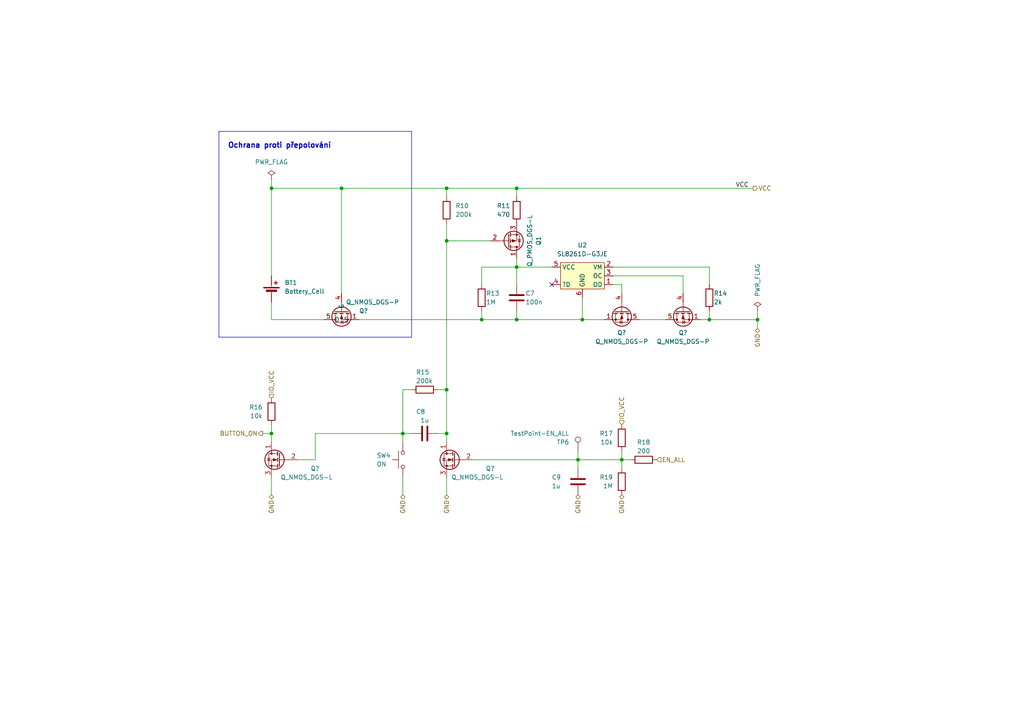
<source format=kicad_sch>
(kicad_sch (version 20230121) (generator eeschema)
  (paper "A4")
  (lib_symbols
    (symbol "Connector:TestPoint" (pin_numbers hide) (pin_names (offset 0.762) hide)
      (property "Reference" "TP" (at 0 6.858 0))
      (property "Value" "TestPoint" (at 0 5.08 0))
      (symbol "TestPoint_0_1"
        (circle (center 0 3.302) (radius 0.762))
      )
      (symbol "TestPoint_1_1"
        (pin passive line (at 0 0 90) (length 2.54) (name "1") (number "1"))
      )
    )
    (symbol "Device:Battery_Cell" (pin_numbers hide) (pin_names (offset 0) hide)
      (property "Reference" "BT" (at 2.54 2.54 0))
      (property "Value" "Battery_Cell" (at 2.54 0 0))
      (symbol "Battery_Cell_0_1"
        (rectangle (start -2.286 1.778) (end 2.286 1.524) (fill (type outline)))
        (rectangle (start -1.524 1.016) (end 1.524 0.508) (fill (type outline)))
        (polyline (pts (xy 0 0.762) (xy 0 0)))
        (polyline (pts (xy 0 1.778) (xy 0 2.54)))
        (polyline (pts (xy 0.762 3.048) (xy 1.778 3.048)) (stroke (width 0.254)))
        (polyline (pts (xy 1.27 3.556) (xy 1.27 2.54)) (stroke (width 0.254)))
      )
      (symbol "Battery_Cell_1_1"
        (pin passive line (at 0 5.08 270) (length 2.54) (name "+") (number "1"))
        (pin passive line (at 0 -2.54 90) (length 2.54) (name "-") (number "2"))
      )
    )
    (symbol "Device:C" (pin_numbers hide) (pin_names (offset 0.254))
      (property "Reference" "C" (at 0.635 2.54 0))
      (property "Value" "C" (at 0.635 -2.54 0))
      (symbol "C_0_1"
        (polyline (pts (xy -2.032 -0.762) (xy 2.032 -0.762)) (stroke (width 0.508)))
        (polyline (pts (xy -2.032 0.762) (xy 2.032 0.762)) (stroke (width 0.508)))
      )
      (symbol "C_1_1"
        (pin passive line (at 0 3.81 270) (length 2.794) (name "~") (number "1"))
        (pin passive line (at 0 -3.81 90) (length 2.794) (name "~") (number "2"))
      )
    )
    (symbol "Device:Q_NMOS_DGS" (pin_names (offset 0) hide)
      (property "Reference" "Q" (at 5.08 1.27 0))
      (property "Value" "Q_NMOS_DGS" (at 5.08 -1.27 0))
      (symbol "Q_NMOS_DGS_0_1"
        (polyline (pts (xy 0.254 0) (xy -2.54 0)))
        (polyline (pts (xy 0.254 1.905) (xy 0.254 -1.905)) (stroke (width 0.254)))
        (polyline (pts (xy 0.762 -1.27) (xy 0.762 -2.286)) (stroke (width 0.254)))
        (polyline (pts (xy 0.762 0.508) (xy 0.762 -0.508)) (stroke (width 0.254)))
        (polyline (pts (xy 0.762 2.286) (xy 0.762 1.27)) (stroke (width 0.254)))
        (polyline (pts (xy 2.54 2.54) (xy 2.54 1.778)))
        (polyline (pts (xy 2.54 -2.54) (xy 2.54 0) (xy 0.762 0)))
        (polyline (pts (xy 0.762 -1.778) (xy 3.302 -1.778) (xy 3.302 1.778) (xy 0.762 1.778)))
        (polyline (pts (xy 1.016 0) (xy 2.032 0.381) (xy 2.032 -0.381) (xy 1.016 0)) (fill (type outline)))
        (polyline (pts (xy 2.794 0.508) (xy 2.921 0.381) (xy 3.683 0.381) (xy 3.81 0.254)))
        (polyline (pts (xy 3.302 0.381) (xy 2.921 -0.254) (xy 3.683 -0.254) (xy 3.302 0.381)))
        (circle (center 1.651 0) (radius 2.794) (stroke (width 0.254)))
        (circle (center 2.54 -1.778) (radius 0.254) (fill (type outline)))
        (circle (center 2.54 1.778) (radius 0.254) (fill (type outline)))
      )
      (symbol "Q_NMOS_DGS_1_1"
        (pin passive line (at 2.54 5.08 270) (length 2.54) (name "D") (number "1"))
        (pin input line (at -5.08 0 0) (length 2.54) (name "G") (number "2"))
        (pin passive line (at 2.54 -5.08 90) (length 2.54) (name "S") (number "3"))
      )
    )
    (symbol "Device:Q_PMOS_DGS" (pin_names (offset 0) hide)
      (property "Reference" "Q" (at 5.08 1.27 0))
      (property "Value" "Q_PMOS_DGS" (at 5.08 -1.27 0))
      (symbol "Q_PMOS_DGS_0_1"
        (polyline (pts (xy 0.254 0) (xy -2.54 0)))
        (polyline (pts (xy 0.254 1.905) (xy 0.254 -1.905)) (stroke (width 0.254)))
        (polyline (pts (xy 0.762 -1.27) (xy 0.762 -2.286)) (stroke (width 0.254)))
        (polyline (pts (xy 0.762 0.508) (xy 0.762 -0.508)) (stroke (width 0.254)))
        (polyline (pts (xy 0.762 2.286) (xy 0.762 1.27)) (stroke (width 0.254)))
        (polyline (pts (xy 2.54 2.54) (xy 2.54 1.778)))
        (polyline (pts (xy 2.54 -2.54) (xy 2.54 0) (xy 0.762 0)))
        (polyline (pts (xy 0.762 1.778) (xy 3.302 1.778) (xy 3.302 -1.778) (xy 0.762 -1.778)))
        (polyline (pts (xy 2.286 0) (xy 1.27 0.381) (xy 1.27 -0.381) (xy 2.286 0)) (fill (type outline)))
        (polyline (pts (xy 2.794 -0.508) (xy 2.921 -0.381) (xy 3.683 -0.381) (xy 3.81 -0.254)))
        (polyline (pts (xy 3.302 -0.381) (xy 2.921 0.254) (xy 3.683 0.254) (xy 3.302 -0.381)))
        (circle (center 1.651 0) (radius 2.794) (stroke (width 0.254)))
        (circle (center 2.54 -1.778) (radius 0.254) (fill (type outline)))
        (circle (center 2.54 1.778) (radius 0.254) (fill (type outline)))
      )
      (symbol "Q_PMOS_DGS_1_1"
        (pin passive line (at 2.54 5.08 270) (length 2.54) (name "D") (number "1"))
        (pin input line (at -5.08 0 0) (length 2.54) (name "G") (number "2"))
        (pin passive line (at 2.54 -5.08 90) (length 2.54) (name "S") (number "3"))
      )
    )
    (symbol "Device:R" (pin_numbers hide) (pin_names (offset 0))
      (property "Reference" "R" (at 2.032 0 90))
      (property "Value" "R" (at 0 0 90))
      (symbol "R_0_1"
        (rectangle (start -1.016 -2.54) (end 1.016 2.54) (stroke (width 0.254)))
      )
      (symbol "R_1_1"
        (pin passive line (at 0 3.81 270) (length 1.27) (name "~") (number "1"))
        (pin passive line (at 0 -3.81 90) (length 1.27) (name "~") (number "2"))
      )
    )
    (symbol "RKL-BatteryManager:DW01A"
      (property "Reference" "U" (at 0 2.54 0))
      (property "Value" "DW01A" (at 0 5.08 0))
      (symbol "DW01A_1_1"
        (rectangle (start -6.35 1.27) (end 6.35 -6.35) (fill (type background)))
        (pin output line (at 8.89 -5.08 180) (length 2.54) (name "OD") (number "1"))
        (pin input line (at 8.89 0 180) (length 2.54) (name "VM") (number "2"))
        (pin output line (at 8.89 -2.54 180) (length 2.54) (name "OC") (number "3"))
        (pin input line (at -8.89 -5.08 0) (length 2.54) (name "TD") (number "4"))
        (pin input line (at -8.89 0 0) (length 2.54) (name "VCC") (number "5"))
        (pin passive line (at 0 -8.89 90) (length 2.54) (name "GND") (number "6"))
      )
    )
    (symbol "RKL-Uncategorized:Si7112DN"
      (property "Reference" "U" (at 0 6.35 0))
      (property "Value" "Si7112DN" (at 0 3.81 0))
      (symbol "Si7112DN_0_1"
        (circle (center -1.778 0) (radius 0.254) (fill (type outline)))
        (circle (center 0 -0.889) (radius 2.794) (stroke (width 0.254)))
        (polyline (pts (xy -2.54 0) (xy -1.778 0)))
        (polyline (pts (xy -2.286 -1.778) (xy -1.27 -1.778)) (stroke (width 0.254)))
        (polyline (pts (xy -1.905 -2.286) (xy 1.905 -2.286)) (stroke (width 0.254)))
        (polyline (pts (xy -0.508 -1.778) (xy 0.508 -1.778)) (stroke (width 0.254)))
        (polyline (pts (xy 0 -2.286) (xy 0 -5.08)))
        (polyline (pts (xy 1.27 -1.778) (xy 2.286 -1.778)) (stroke (width 0.254)))
        (polyline (pts (xy 2.54 0) (xy 0 0) (xy 0 -1.778)))
        (polyline (pts (xy -1.778 -1.778) (xy -1.778 0.762) (xy 1.778 0.762) (xy 1.778 -1.778)))
        (polyline (pts (xy -0.254 1.27) (xy -0.127 1.143) (xy -0.127 0.381) (xy 0 0.254)))
        (polyline (pts (xy -0.127 0.762) (xy 0.508 1.143) (xy 0.508 0.381) (xy -0.127 0.762)))
        (polyline (pts (xy 0 -1.27) (xy 0.381 -0.254) (xy -0.381 -0.254) (xy 0 -1.27)) (fill (type outline)))
        (circle (center 1.778 0) (radius 0.254) (fill (type outline)))
      )
      (symbol "Si7112DN_1_1"
        (pin passive line (at 5.08 0 180) (length 2.54) (name "S") (number "1"))
        (pin passive line (at 5.08 0 180) (length 2.54) hide (name "S") (number "2"))
        (pin passive line (at 5.08 0 180) (length 2.54) hide (name "S") (number "3"))
        (pin input line (at 0 -7.62 90) (length 2.54) (name "G") (number "4"))
        (pin passive line (at -5.08 0 0) (length 2.54) (name "D") (number "5"))
      )
    )
    (symbol "Si7112DN_1" (pin_names hide)
      (property "Reference" "U" (at 0 6.35 0))
      (property "Value" "Si7112DN" (at 0 3.81 0))
      (symbol "Si7112DN_1_0_1"
        (circle (center -1.778 0) (radius 0.254) (fill (type outline)))
        (circle (center 0 -0.889) (radius 2.794) (stroke (width 0.254)))
        (polyline (pts (xy -2.54 0) (xy -1.778 0)))
        (polyline (pts (xy -2.286 -1.778) (xy -1.27 -1.778)) (stroke (width 0.254)))
        (polyline (pts (xy -1.905 -2.286) (xy 1.905 -2.286)) (stroke (width 0.254)))
        (polyline (pts (xy -0.508 -1.778) (xy 0.508 -1.778)) (stroke (width 0.254)))
        (polyline (pts (xy 0 -2.286) (xy 0 -5.08)))
        (polyline (pts (xy 1.27 -1.778) (xy 2.286 -1.778)) (stroke (width 0.254)))
        (polyline (pts (xy 2.54 0) (xy 0 0) (xy 0 -1.778)))
        (polyline (pts (xy -1.778 -1.778) (xy -1.778 0.762) (xy 1.778 0.762) (xy 1.778 -1.778)))
        (polyline (pts (xy -0.254 1.27) (xy -0.127 1.143) (xy -0.127 0.381) (xy 0 0.254)))
        (polyline (pts (xy -0.127 0.762) (xy 0.508 1.143) (xy 0.508 0.381) (xy -0.127 0.762)))
        (polyline (pts (xy 0 -1.27) (xy 0.381 -0.254) (xy -0.381 -0.254) (xy 0 -1.27)) (fill (type outline)))
        (circle (center 1.778 0) (radius 0.254) (fill (type outline)))
      )
      (symbol "Si7112DN_1_1_1"
        (pin passive line (at 5.08 0 180) (length 2.54) (name "S") (number "1"))
        (pin passive line (at 5.08 0 180) (length 2.54) hide (name "S") (number "2"))
        (pin passive line (at 5.08 0 180) (length 2.54) hide (name "S") (number "3"))
        (pin input line (at 0 -7.62 90) (length 2.54) (name "G") (number "4"))
        (pin passive line (at -5.08 0 0) (length 2.54) (name "D") (number "5"))
      )
    )
    (symbol "Si7112DN_2" (pin_names hide)
      (property "Reference" "U" (at 0 6.35 0))
      (property "Value" "Si7112DN" (at 0 3.81 0))
      (symbol "Si7112DN_2_0_1"
        (circle (center -1.778 0) (radius 0.254) (fill (type outline)))
        (circle (center 0 -0.889) (radius 2.794) (stroke (width 0.254)))
        (polyline (pts (xy -2.54 0) (xy -1.778 0)))
        (polyline (pts (xy -2.286 -1.778) (xy -1.27 -1.778)) (stroke (width 0.254)))
        (polyline (pts (xy -1.905 -2.286) (xy 1.905 -2.286)) (stroke (width 0.254)))
        (polyline (pts (xy -0.508 -1.778) (xy 0.508 -1.778)) (stroke (width 0.254)))
        (polyline (pts (xy 0 -2.286) (xy 0 -5.08)))
        (polyline (pts (xy 1.27 -1.778) (xy 2.286 -1.778)) (stroke (width 0.254)))
        (polyline (pts (xy 2.54 0) (xy 0 0) (xy 0 -1.778)))
        (polyline (pts (xy -1.778 -1.778) (xy -1.778 0.762) (xy 1.778 0.762) (xy 1.778 -1.778)))
        (polyline (pts (xy -0.254 1.27) (xy -0.127 1.143) (xy -0.127 0.381) (xy 0 0.254)))
        (polyline (pts (xy -0.127 0.762) (xy 0.508 1.143) (xy 0.508 0.381) (xy -0.127 0.762)))
        (polyline (pts (xy 0 -1.27) (xy 0.381 -0.254) (xy -0.381 -0.254) (xy 0 -1.27)) (fill (type outline)))
        (circle (center 1.778 0) (radius 0.254) (fill (type outline)))
      )
      (symbol "Si7112DN_2_1_1"
        (pin passive line (at 5.08 0 180) (length 2.54) (name "S") (number "1"))
        (pin passive line (at 5.08 0 180) (length 2.54) hide (name "S") (number "2"))
        (pin passive line (at 5.08 0 180) (length 2.54) hide (name "S") (number "3"))
        (pin input line (at 0 -7.62 90) (length 2.54) (name "G") (number "4"))
        (pin passive line (at -5.08 0 0) (length 2.54) (name "D") (number "5"))
      )
    )
    (symbol "Switch:SW_Push" (pin_numbers hide) (pin_names (offset 1.016) hide)
      (property "Reference" "SW" (at 1.27 2.54 0))
      (property "Value" "SW_Push" (at 0 -1.524 0))
      (symbol "SW_Push_0_1"
        (circle (center -2.032 0) (radius 0.508))
        (polyline (pts (xy 0 1.27) (xy 0 3.048)))
        (polyline (pts (xy 2.54 1.27) (xy -2.54 1.27)))
        (circle (center 2.032 0) (radius 0.508))
        (pin passive line (at -5.08 0 0) (length 2.54) (name "1") (number "1"))
        (pin passive line (at 5.08 0 180) (length 2.54) (name "2") (number "2"))
      )
    )
    (symbol "power:PWR_FLAG" (power) (pin_numbers hide) (pin_names (offset 0) hide)
      (property "Value" "PWR_FLAG" (at 0 3.81 0))
      (symbol "PWR_FLAG_0_0"
        (pin power_out line (at 0 0 90) (length 0) (name "pwr") (number "1"))
      )
      (symbol "PWR_FLAG_0_1"
        (polyline (pts (xy 0 0) (xy 0 1.27) (xy -1.016 1.905) (xy 0 2.54) (xy 1.016 1.905) (xy 0 1.27)))
      )
    )
  )
  (junction (at 139.7 92.71))
  (junction (at 78.74 54.61))
  (junction (at 129.54 113.03))
  (junction (at 168.91 92.71))
  (junction (at 78.74 125.73))
  (junction (at 180.34 133.35))
  (junction (at 167.64 133.35))
  (junction (at 129.54 54.61))
  (junction (at 219.71 92.71))
  (junction (at 129.54 69.85))
  (junction (at 149.86 92.71))
  (junction (at 99.06 54.61))
  (junction (at 129.54 125.73))
  (junction (at 116.84 125.73))
  (junction (at 149.86 77.47))
  (junction (at 149.86 54.61))
  (junction (at 205.74 92.71))
  (no_connect (at 160.02 82.55))
  (wire (pts (xy 149.86 54.61) (xy 218.44 54.61)))
  (wire (pts (xy 168.91 92.71) (xy 175.26 92.71)))
  (wire (pts (xy 167.64 133.35) (xy 167.64 135.89)))
  (wire (pts (xy 129.54 69.85) (xy 142.24 69.85)))
  (wire (pts (xy 129.54 143.51) (xy 129.54 138.43)))
  (wire (pts (xy 129.54 64.77) (xy 129.54 69.85)))
  (wire (pts (xy 127 113.03) (xy 129.54 113.03)))
  (wire (pts (xy 205.74 92.71) (xy 203.2 92.71)))
  (wire (pts (xy 99.06 54.61) (xy 99.06 85.09)))
  (wire (pts (xy 91.44 125.73) (xy 91.44 133.35)))
  (wire (pts (xy 116.84 125.73) (xy 116.84 128.27)))
  (wire (pts (xy 86.36 133.35) (xy 91.44 133.35)))
  (wire (pts (xy 116.84 113.03) (xy 116.84 125.73)))
  (wire (pts (xy 139.7 92.71) (xy 149.86 92.71)))
  (wire (pts (xy 182.88 133.35) (xy 180.34 133.35)))
  (wire (pts (xy 180.34 135.89) (xy 180.34 133.35)))
  (wire (pts (xy 116.84 138.43) (xy 116.84 143.51)))
  (wire (pts (xy 149.86 77.47) (xy 149.86 82.55)))
  (wire (pts (xy 129.54 69.85) (xy 129.54 113.03)))
  (wire (pts (xy 104.14 92.71) (xy 139.7 92.71)))
  (wire (pts (xy 93.98 92.71) (xy 78.74 92.71)))
  (wire (pts (xy 219.71 95.25) (xy 219.71 92.71)))
  (wire (pts (xy 177.8 80.01) (xy 198.12 80.01)))
  (wire (pts (xy 129.54 54.61) (xy 149.86 54.61)))
  (wire (pts (xy 160.02 77.47) (xy 149.86 77.47)))
  (wire (pts (xy 219.71 90.17) (xy 219.71 92.71)))
  (wire (pts (xy 205.74 77.47) (xy 177.8 77.47)))
  (wire (pts (xy 78.74 123.19) (xy 78.74 125.73)))
  (polyline (pts (xy 63.5 97.79) (xy 63.5 38.1)))
  (wire (pts (xy 180.34 82.55) (xy 180.34 85.09)))
  (wire (pts (xy 99.06 54.61) (xy 129.54 54.61)))
  (wire (pts (xy 78.74 54.61) (xy 99.06 54.61)))
  (wire (pts (xy 91.44 125.73) (xy 116.84 125.73)))
  (wire (pts (xy 129.54 113.03) (xy 129.54 125.73)))
  (wire (pts (xy 129.54 54.61) (xy 129.54 57.15)))
  (wire (pts (xy 119.38 125.73) (xy 116.84 125.73)))
  (wire (pts (xy 205.74 82.55) (xy 205.74 77.47)))
  (wire (pts (xy 139.7 82.55) (xy 139.7 77.47)))
  (wire (pts (xy 137.16 133.35) (xy 167.64 133.35)))
  (wire (pts (xy 139.7 90.17) (xy 139.7 92.71)))
  (wire (pts (xy 129.54 125.73) (xy 129.54 128.27)))
  (wire (pts (xy 205.74 92.71) (xy 219.71 92.71)))
  (wire (pts (xy 167.64 133.35) (xy 180.34 133.35)))
  (wire (pts (xy 139.7 77.47) (xy 149.86 77.47)))
  (wire (pts (xy 149.86 92.71) (xy 168.91 92.71)))
  (wire (pts (xy 127 125.73) (xy 129.54 125.73)))
  (wire (pts (xy 205.74 90.17) (xy 205.74 92.71)))
  (wire (pts (xy 116.84 113.03) (xy 119.38 113.03)))
  (wire (pts (xy 193.04 92.71) (xy 185.42 92.71)))
  (wire (pts (xy 78.74 143.51) (xy 78.74 138.43)))
  (wire (pts (xy 149.86 54.61) (xy 149.86 57.15)))
  (wire (pts (xy 78.74 125.73) (xy 76.2 125.73)))
  (wire (pts (xy 78.74 54.61) (xy 78.74 80.01)))
  (wire (pts (xy 177.8 82.55) (xy 180.34 82.55)))
  (wire (pts (xy 149.86 74.93) (xy 149.86 77.47)))
  (wire (pts (xy 180.34 130.81) (xy 180.34 133.35)))
  (polyline (pts (xy 119.38 97.79) (xy 63.5 97.79)))
  (wire (pts (xy 168.91 86.36) (xy 168.91 92.71)))
  (wire (pts (xy 78.74 87.63) (xy 78.74 92.71)))
  (polyline (pts (xy 119.38 38.1) (xy 119.38 97.79)))
  (polyline (pts (xy 63.5 38.1) (xy 119.38 38.1)))
  (wire (pts (xy 78.74 128.27) (xy 78.74 125.73)))
  (wire (pts (xy 78.74 52.07) (xy 78.74 54.61)))
  (wire (pts (xy 198.12 80.01) (xy 198.12 85.09)))
  (wire (pts (xy 167.64 130.81) (xy 167.64 133.35)))
  (wire (pts (xy 149.86 90.17) (xy 149.86 92.71)))
  (text "Ochrana proti přepolování" (at 66.04 43.18 0) (effects (font (size 1.5 1.5) (thickness 0.3) bold) (justify left bottom)))
  (label "VCC" (at 213.36 54.61 0))
  (hierarchical_label "GND" (shape bidirectional) (at 180.34 143.51 270))
  (hierarchical_label "GND" (shape bidirectional) (at 116.84 143.51 270))
  (hierarchical_label "GND" (shape bidirectional) (at 167.64 143.51 270))
  (hierarchical_label "GND" (shape bidirectional) (at 219.71 95.25 270))
  (hierarchical_label "IO_VCC" (shape input) (at 78.74 115.57 90))
  (hierarchical_label "BUTTON_ON" (shape output) (at 76.2 125.73 180))
  (hierarchical_label "GND" (shape bidirectional) (at 129.54 143.51 270))
  (hierarchical_label "IO_VCC" (shape input) (at 180.34 123.19 90))
  (hierarchical_label "EN_ALL" (shape input) (at 190.5 133.35 0))
  (hierarchical_label "VCC" (shape output) (at 218.44 54.61 0))
  (hierarchical_label "GND" (shape bidirectional) (at 78.74 143.51 270))
  (symbol (lib_id "Connector:TestPoint") (at 167.64 130.81 0) (unit 1)
    (property "Reference" "TP6" (at 165.1 128.27 0) (effects (justify right)))
    (property "Value" "TestPoint-EN_ALL" (at 165.1 125.73 0) (effects (justify right)))
    (property "Footprint" "Connector_Pin:Pin_D0.9mm_L10.0mm_W2.4mm_FlatFork" (effects hide))
    (property "JLCPCB_IGNORE" "ignore" (effects hide))
    (instances (project "Watch" (path "" (reference "TP6") (unit 1))) (project "ZakladniElektronika" (path "" (reference "TP5") (unit 1))))
  )
  (symbol (lib_id "Device:R") (at 129.54 60.96 0) (mirror x) (unit 1)
    (property "Reference" "R10" (at 132.08 59.69 0) (effects (justify left)))
    (property "Value" "200k" (at 132.08 62.23 0) (effects (justify left)))
    (property "Footprint" "Resistor_SMD:R_0402_1005Metric" (effects hide))
    (property "LCSC" "C25764" (effects hide))
    (property "Basic/Extended" "B" (effects hide))
    (instances (project "Watch" (path "" (reference "R10") (unit 1))) (project "ZakladniElektronika" (path "" (reference "R13") (unit 1)) (path "" (reference "R25") (unit 1)) (path "" (reference "R60") (unit 1))) (project "RB3203" (path "" (reference "R?") (unit 1))))
  )
  (symbol (lib_id "Device:R") (at 180.34 127 180) (unit 1)
    (property "Reference" "R17" (at 177.8 125.73 0) (effects (justify left)))
    (property "Value" "10k" (at 177.8 128.27 0) (effects (justify left)))
    (property "Footprint" "Resistor_SMD:R_0402_1005Metric" (effects hide))
    (property "LCSC" "C25744" (effects hide))
    (property "Basic/Extended" "B" (effects hide))
    (property "JLCPCB_CORRECTION" "0;0;0" (effects hide))
    (instances (project "Watch" (path "" (reference "R17") (unit 1))) (project "ZakladniElektronika" (path "" (reference "R13") (unit 1)) (path "" (reference "R28") (unit 1)) (path "" (reference "R32") (unit 1)) (path "" (reference "R67") (unit 1))) (project "RB3203" (path "" (reference "R?") (unit 1))))
  )
  (symbol (lib_id "power:PWR_FLAG") (at 78.74 52.07 0) (unit 1)
    (property "Reference" "#FLG01" (effects hide))
    (property "Value" "PWR_FLAG" (at 78.74 46.99 0))
    (instances (project "Watch" (path "" (reference "#FLG01") (unit 1))) (project "ZakladniElektronika" (path "" (reference "#FLG02") (unit 1)) (path "" (reference "#FLG03") (unit 1))))
  )
  (symbol (lib_id "Device:R") (at 139.7 86.36 180) (unit 1)
    (property "Reference" "R13" (at 140.97 85.09 0) (effects (justify right)))
    (property "Value" "1M" (at 140.97 87.63 0) (effects (justify right)))
    (property "Footprint" "Resistor_SMD:R_0402_1005Metric" (effects hide))
    (property "LCSC" "C26083" (effects hide))
    (property "Basic/Extended" "B" (effects hide))
    (instances (project "Watch" (path "" (reference "R13") (unit 1))) (project "ZakladniElektronika" (path "" (reference "R13") (unit 1)) (path "" (reference "R25") (unit 1)) (path "" (reference "R36") (unit 1))) (project "RB3203" (path "" (reference "R?") (unit 1))))
  )
  (symbol (lib_id "Device:R") (at 186.69 133.35 90) (unit 1)
    (property "Reference" "R18" (at 186.69 128.27 90))
    (property "Value" "200" (at 186.69 130.81 90))
    (property "Footprint" "Resistor_SMD:R_0402_1005Metric" (effects hide))
    (property "LCSC" "C25087" (effects hide))
    (property "Basic/Extended" "B" (effects hide))
    (instances (project "Watch" (path "" (reference "R18") (unit 1))) (project "ZakladniElektronika" (path "" (reference "R23") (unit 1)) (path "" (reference "R30") (unit 1)) (path "" (reference "R29") (unit 1)) (path "" (reference "R69") (unit 1))))
  )
  (symbol (lib_id "Device:C") (at 149.86 86.36 0) (unit 1)
    (property "Reference" "C7" (at 152.4 85.09 0) (effects (justify left)))
    (property "Value" "100n" (at 152.4 87.63 0) (effects (justify left)))
    (property "Footprint" "Capacitor_SMD:C_0402_1005Metric" (effects hide))
    (property "Basic/Extended" "B" (effects hide))
    (property "LCSC" "C307331" (effects hide))
    (property "info" "50V, X7R" (effects hide))
    (instances (project "Watch" (path "" (reference "C7") (unit 1))) (project "ZakladniElektronika" (path "" (reference "C18") (unit 1)) (path "" (reference "C143") (unit 1))))
  )
  (symbol (lib_name "Si7112DN_2") (lib_id "RKL-Uncategorized:Si7112DN") (at 198.12 92.71 0) (mirror x) (unit 1)
    (property "Reference" "Q?" (at 198.12 96.52 0))
    (property "Value" "Q_NMOS_DGS-P" (at 198.12 99.06 0))
    (property "Footprint" "Package_SON:Diodes_PowerDI3333-8" (effects hide))
    (property "Datasheet" "https://datasheet.lcsc.com/lcsc/2112021830_Vishay-Intertech-SI7112DN-T1-GE3_C2926777.pdf" (effects hide))
    (property "LCSC" "C2926777" (effects hide))
    (property "Basic/Extended" "E" (effects hide))
    (property "JLCPCB_CORRECTION" "0;0;-90" (effects hide))
    (instances (project "PowerManager" (path "" (reference "Q?") (unit 1))) (project "Watch" (path "" (reference "Q4") (unit 1))) (project "ZakladniElektronika" (path "" (reference "Q11") (unit 1)) (path "" (reference "Q14") (unit 1))))
  )
  (symbol (lib_id "RKL-Uncategorized:Si7112DN") (at 99.06 92.71 0) (mirror x) (unit 1)
    (property "Reference" "Q?" (at 104.14 90.17 0) (effects (justify left)))
    (property "Value" "Q_NMOS_DGS-P" (at 100.33 87.63 0) (effects (justify left)))
    (property "Footprint" "Package_SON:Diodes_PowerDI3333-8" (effects hide))
    (property "Datasheet" "https://datasheet.lcsc.com/lcsc/2112021830_Vishay-Intertech-SI7112DN-T1-GE3_C2926777.pdf" (effects hide))
    (property "LCSC" "C2926777" (effects hide))
    (property "Basic/Extended" "E" (effects hide))
    (property "JLCPCB_CORRECTION" "0;0;-90" (effects hide))
    (instances (project "PowerManager" (path "" (reference "Q?") (unit 1))) (project "Watch" (path "" (reference "Q2") (unit 1))) (project "ZakladniElektronika" (path "" (reference "Q11") (unit 1)) (path "" (reference "Q12") (unit 1))))
  )
  (symbol (lib_name "Si7112DN_1") (lib_id "RKL-Uncategorized:Si7112DN") (at 180.34 92.71 180) (unit 1)
    (property "Reference" "Q?" (at 180.34 96.52 0))
    (property "Value" "Q_NMOS_DGS-P" (at 180.34 99.06 0))
    (property "Footprint" "Package_SON:Diodes_PowerDI3333-8" (effects hide))
    (property "Datasheet" "https://datasheet.lcsc.com/lcsc/2112021830_Vishay-Intertech-SI7112DN-T1-GE3_C2926777.pdf" (effects hide))
    (property "LCSC" "C2926777" (effects hide))
    (property "Basic/Extended" "E" (effects hide))
    (property "JLCPCB_CORRECTION" "0;0;-90" (effects hide))
    (instances (project "PowerManager" (path "" (reference "Q?") (unit 1))) (project "Watch" (path "" (reference "Q3") (unit 1))) (project "ZakladniElektronika" (path "" (reference "Q11") (unit 1)) (path "" (reference "Q15") (unit 1))))
  )
  (symbol (lib_id "Switch:SW_Push") (at 116.84 133.35 90) (unit 1)
    (property "Reference" "SW4" (at 109.22 132.08 90) (effects (justify right)))
    (property "Value" "ON" (at 109.22 134.62 90) (effects (justify right)))
    (property "Footprint" "Button_Switch_SMD:SW_Push_1P1T_NO_Vertical_Wuerth_434133025816" (effects hide))
    (property "Basic/Extended" "E" (effects hide))
    (property "LCSC" "C127488" (effects hide))
    (instances (project "Watch" (path "" (reference "SW4") (unit 1))) (project "ZakladniElektronika" (path "" (reference "SW1") (unit 1)) (path "" (reference "SW3") (unit 1))))
  )
  (symbol (lib_id "Device:R") (at 149.86 60.96 0) (unit 1)
    (property "Reference" "R11" (at 146.05 59.69 0))
    (property "Value" "470" (at 146.05 62.23 0))
    (property "Footprint" "Resistor_SMD:R_0402_1005Metric" (effects hide))
    (property "LCSC" "C25117" (effects hide))
    (property "Basic/Extended" "B" (effects hide))
    (instances (project "Watch" (path "" (reference "R11") (unit 1))) (project "ZakladniElektronika" (path "" (reference "R72") (unit 1)) (path "" (reference "R35") (unit 1))))
  )
  (symbol (lib_id "Device:R") (at 78.74 119.38 180) (unit 1)
    (property "Reference" "R16" (at 76.2 118.11 0) (effects (justify left)))
    (property "Value" "10k" (at 76.2 120.65 0) (effects (justify left)))
    (property "Footprint" "Resistor_SMD:R_0402_1005Metric" (effects hide))
    (property "LCSC" "C25744" (effects hide))
    (property "Basic/Extended" "B" (effects hide))
    (property "JLCPCB_CORRECTION" "0;0;0" (effects hide))
    (instances (project "Watch" (path "" (reference "R16") (unit 1))) (project "ZakladniElektronika" (path "" (reference "R13") (unit 1)) (path "" (reference "R28") (unit 1)) (path "" (reference "R32") (unit 1)) (path "" (reference "R70") (unit 1))) (project "RB3203" (path "" (reference "R?") (unit 1))))
  )
  (symbol (lib_id "Device:Q_NMOS_DGS") (at 81.28 133.35 0) (mirror y) (unit 1)
    (property "Reference" "Q?" (at 92.71 135.89 0) (effects (justify left)))
    (property "Value" "Q_NMOS_DGS-L" (at 96.52 138.43 0) (effects (justify left)))
    (property "Footprint" "Package_TO_SOT_SMD:SOT-23" (effects hide))
    (property "LCSC" "C10487" (effects hide))
    (property "Basic/Extended" "B" (effects hide))
    (property "JLCPCB_CORRECTION" "0;0;180" (effects hide))
    (instances (project "PowerManager" (path "" (reference "Q?") (unit 1))) (project "Watch" (path "" (reference "Q5") (unit 1))) (project "ZakladniElektronika" (path "" (reference "Q11") (unit 1)) (path "" (reference "Q19") (unit 1))))
  )
  (symbol (lib_id "Device:R") (at 205.74 86.36 180) (unit 1)
    (property "Reference" "R14" (at 207.01 85.09 0) (effects (justify right)))
    (property "Value" "2k" (at 207.01 87.63 0) (effects (justify right)))
    (property "Footprint" "Resistor_SMD:R_0402_1005Metric" (effects hide))
    (property "LCSC" "C4109" (effects hide))
    (property "Basic/Extended" "B" (effects hide))
    (instances (project "Watch" (path "" (reference "R14") (unit 1))) (project "ZakladniElektronika" (path "" (reference "R13") (unit 1)) (path "" (reference "R27") (unit 1)) (path "" (reference "R33") (unit 1))) (project "RB3203" (path "" (reference "R?") (unit 1))))
  )
  (symbol (lib_id "Device:Q_PMOS_DGS") (at 147.32 69.85 0) (mirror x) (unit 1)
    (property "Reference" "Q1" (at 156.21 69.85 90))
    (property "Value" "Q_PMOS_DGS-L" (at 153.67 69.85 90))
    (property "Footprint" "Package_TO_SOT_SMD:SOT-23" (effects hide))
    (property "Datasheet" "https://datasheet.lcsc.com/lcsc/1808272021_Vishay-Intertech-SI2301CDS-T1-GE3_C10487.pdf" (effects hide))
    (property "LCSC" "C10487" (effects hide))
    (property "Basic/Extended" "B" (effects hide))
    (property "JLCPCB_CORRECTION" "0;0;180" (effects hide))
    (instances (project "Watch" (path "" (reference "Q1") (unit 1))) (project "ZakladniElektronika" (path "" (reference "Q10") (unit 1)) (path "" (reference "Q7") (unit 1))) (project "Zdroj" (path "" (reference "Q1") (unit 1))) (project "RB3203" (path "" (reference "Q?") (unit 1))))
  )
  (symbol (lib_id "Device:C") (at 123.19 125.73 270) (unit 1)
    (property "Reference" "C8" (at 120.65 119.38 90) (effects (justify left)))
    (property "Value" "1u" (at 121.92 121.92 90) (effects (justify left)))
    (property "Footprint" "Capacitor_SMD:C_0402_1005Metric" (effects hide))
    (property "LCSC" "C1518208" (effects hide))
    (property "Basic/Extended" "E" (effects hide))
    (property "JLCPCB_CORRECTION" "0;0;0" (effects hide))
    (property "info" "50V, X5R (potenciálně C52923 což je 25V, X5R )" (effects hide))
    (instances (project "Watch" (path "" (reference "C8") (unit 1))) (project "ZakladniElektronika" (path "" (reference "C138") (unit 1)) (path "" (reference "C148") (unit 1)) (path "" (reference "C144") (unit 1))) (project "RB3203" (path "" (reference "C?") (unit 1))))
  )
  (symbol (lib_id "RKL-BatteryManager:DW01A") (at 168.91 77.47 0) (unit 1)
    (property "Reference" "U2" (at 168.91 71.12 0))
    (property "Value" "SL8261D-G3JE" (at 168.91 73.66 0))
    (property "Footprint" "Package_TO_SOT_SMD:SOT-23-6" (effects hide))
    (property "Datasheet" "https://datasheet.lcsc.com/lcsc/2210101800_Slkor-SLKORMICRO-Elec--SL8261D-G3JE_C5186027.pdf" (effects hide))
    (property "LCSC" "C5186027" (effects hide))
    (property "JLCPCB_CORRECTION" "0;0;180" (effects hide))
    (instances (project "Watch" (path "" (reference "U2") (unit 1))) (project "ZakladniElektronika" (path "" (reference "U7") (unit 1))))
  )
  (symbol (lib_id "power:PWR_FLAG") (at 219.71 90.17 0) (unit 1)
    (property "Reference" "#FLG02" (effects hide))
    (property "Value" "PWR_FLAG" (at 219.71 81.28 90))
    (instances (project "Watch" (path "" (reference "#FLG02") (unit 1))) (project "ZakladniElektronika" (path "" (reference "#FLG02") (unit 1)) (path "" (reference "#FLG011") (unit 1))))
  )
  (symbol (lib_id "Device:R") (at 180.34 139.7 180) (unit 1)
    (property "Reference" "R19" (at 177.8 138.43 0) (effects (justify left)))
    (property "Value" "1M" (at 177.8 140.97 0) (effects (justify left)))
    (property "Footprint" "Resistor_SMD:R_0402_1005Metric" (effects hide))
    (property "LCSC" "C26083" (effects hide))
    (property "Basic/Extended" "B" (effects hide))
    (instances (project "Watch" (path "" (reference "R19") (unit 1))) (project "ZakladniElektronika" (path "" (reference "R13") (unit 1)) (path "" (reference "R25") (unit 1)) (path "" (reference "R68") (unit 1))) (project "RB3203" (path "" (reference "R?") (unit 1))))
  )
  (symbol (lib_id "Device:Battery_Cell") (at 78.74 85.09 0) (unit 1)
    (property "Reference" "BT1" (at 82.55 81.9785 0) (effects (justify left)))
    (property "Value" "Battery_Cell" (at 82.55 84.5185 0) (effects (justify left)))
  )
  (symbol (lib_id "Device:R") (at 123.19 113.03 270) (mirror x) (unit 1)
    (property "Reference" "R15" (at 120.65 107.95 90) (effects (justify left)))
    (property "Value" "200k" (at 120.65 110.49 90) (effects (justify left)))
    (property "Footprint" "Resistor_SMD:R_0402_1005Metric" (effects hide))
    (property "LCSC" "C25764" (effects hide))
    (property "Basic/Extended" "B" (effects hide))
    (instances (project "Watch" (path "" (reference "R15") (unit 1))) (project "ZakladniElektronika" (path "" (reference "R13") (unit 1)) (path "" (reference "R25") (unit 1)) (path "" (reference "R26") (unit 1))) (project "RB3203" (path "" (reference "R?") (unit 1))))
  )
  (symbol (lib_id "Device:Q_NMOS_DGS") (at 132.08 133.35 0) (mirror y) (unit 1)
    (property "Reference" "Q?" (at 143.51 135.89 0) (effects (justify left)))
    (property "Value" "Q_NMOS_DGS-L" (at 146.05 138.43 0) (effects (justify left)))
    (property "Footprint" "Package_TO_SOT_SMD:SOT-23" (effects hide))
    (property "LCSC" "C10487" (effects hide))
    (property "Basic/Extended" "B" (effects hide))
    (property "JLCPCB_CORRECTION" "0;0;180" (effects hide))
    (instances (project "PowerManager" (path "" (reference "Q?") (unit 1))) (project "Watch" (path "" (reference "Q6") (unit 1))) (project "ZakladniElektronika" (path "" (reference "Q11") (unit 1)) (path "" (reference "Q17") (unit 1))))
  )
  (symbol (lib_id "Device:C") (at 167.64 139.7 0) (unit 1)
    (property "Reference" "C9" (at 160.02 138.43 0) (effects (justify left)))
    (property "Value" "1u" (at 160.02 140.97 0) (effects (justify left)))
    (property "Footprint" "Capacitor_SMD:C_0402_1005Metric" (effects hide))
    (property "LCSC" "C1518208" (effects hide))
    (property "Basic/Extended" "E" (effects hide))
    (property "JLCPCB_CORRECTION" "0;0;0" (effects hide))
    (property "info" "50V, X5R (potenciálně C52923 což je 25V, X5R )" (effects hide))
    (instances (project "Watch" (path "" (reference "C9") (unit 1))) (project "ZakladniElektronika" (path "" (reference "C138") (unit 1)) (path "" (reference "C148") (unit 1)) (path "" (reference "C163") (unit 1))) (project "RB3203" (path "" (reference "C?") (unit 1))))
  )
)
</source>
